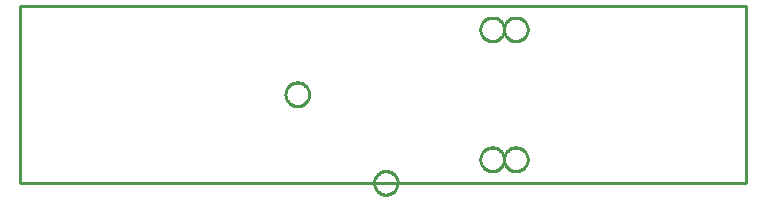
<source format=gbr>
G04 EAGLE Gerber RS-274X export*
G75*
%MOMM*%
%FSLAX34Y34*%
%LPD*%
%IN*%
%IPPOS*%
%AMOC8*
5,1,8,0,0,1.08239X$1,22.5*%
G01*
%ADD10C,0.254000*%


D10*
X0Y0D02*
X615000Y0D01*
X615000Y150000D01*
X0Y150000D01*
X0Y0D01*
X245000Y74563D02*
X244924Y73694D01*
X244772Y72834D01*
X244546Y71990D01*
X244248Y71170D01*
X243879Y70378D01*
X243442Y69622D01*
X242941Y68907D01*
X242380Y68238D01*
X241762Y67620D01*
X241093Y67059D01*
X240378Y66558D01*
X239622Y66121D01*
X238830Y65752D01*
X238010Y65454D01*
X237166Y65228D01*
X236307Y65076D01*
X235437Y65000D01*
X234563Y65000D01*
X233694Y65076D01*
X232834Y65228D01*
X231990Y65454D01*
X231170Y65752D01*
X230378Y66121D01*
X229622Y66558D01*
X228907Y67059D01*
X228238Y67620D01*
X227620Y68238D01*
X227059Y68907D01*
X226558Y69622D01*
X226121Y70378D01*
X225752Y71170D01*
X225454Y71990D01*
X225228Y72834D01*
X225076Y73694D01*
X225000Y74563D01*
X225000Y75437D01*
X225076Y76307D01*
X225228Y77166D01*
X225454Y78010D01*
X225752Y78830D01*
X226121Y79622D01*
X226558Y80378D01*
X227059Y81093D01*
X227620Y81762D01*
X228238Y82380D01*
X228907Y82941D01*
X229622Y83442D01*
X230378Y83879D01*
X231170Y84248D01*
X231990Y84546D01*
X232834Y84772D01*
X233694Y84924D01*
X234563Y85000D01*
X235437Y85000D01*
X236307Y84924D01*
X237166Y84772D01*
X238010Y84546D01*
X238830Y84248D01*
X239622Y83879D01*
X240378Y83442D01*
X241093Y82941D01*
X241762Y82380D01*
X242380Y81762D01*
X242941Y81093D01*
X243442Y80378D01*
X243879Y79622D01*
X244248Y78830D01*
X244546Y78010D01*
X244772Y77166D01*
X244924Y76307D01*
X245000Y75437D01*
X245000Y74563D01*
X320000Y-437D02*
X319924Y-1307D01*
X319772Y-2166D01*
X319546Y-3010D01*
X319248Y-3830D01*
X318879Y-4622D01*
X318442Y-5378D01*
X317941Y-6093D01*
X317380Y-6762D01*
X316762Y-7380D01*
X316093Y-7941D01*
X315378Y-8442D01*
X314622Y-8879D01*
X313830Y-9248D01*
X313010Y-9546D01*
X312166Y-9772D01*
X311307Y-9924D01*
X310437Y-10000D01*
X309563Y-10000D01*
X308694Y-9924D01*
X307834Y-9772D01*
X306990Y-9546D01*
X306170Y-9248D01*
X305378Y-8879D01*
X304622Y-8442D01*
X303907Y-7941D01*
X303238Y-7380D01*
X302620Y-6762D01*
X302059Y-6093D01*
X301558Y-5378D01*
X301121Y-4622D01*
X300752Y-3830D01*
X300454Y-3010D01*
X300228Y-2166D01*
X300076Y-1307D01*
X300000Y-437D01*
X300000Y437D01*
X300076Y1307D01*
X300228Y2166D01*
X300454Y3010D01*
X300752Y3830D01*
X301121Y4622D01*
X301558Y5378D01*
X302059Y6093D01*
X302620Y6762D01*
X303238Y7380D01*
X303907Y7941D01*
X304622Y8442D01*
X305378Y8879D01*
X306170Y9248D01*
X306990Y9546D01*
X307834Y9772D01*
X308694Y9924D01*
X309563Y10000D01*
X310437Y10000D01*
X311307Y9924D01*
X312166Y9772D01*
X313010Y9546D01*
X313830Y9248D01*
X314622Y8879D01*
X315378Y8442D01*
X316093Y7941D01*
X316762Y7380D01*
X317380Y6762D01*
X317941Y6093D01*
X318442Y5378D01*
X318879Y4622D01*
X319248Y3830D01*
X319546Y3010D01*
X319772Y2166D01*
X319924Y1307D01*
X320000Y437D01*
X320000Y-437D01*
X410000Y19563D02*
X409924Y18694D01*
X409772Y17834D01*
X409546Y16990D01*
X409248Y16170D01*
X408879Y15378D01*
X408442Y14622D01*
X407941Y13907D01*
X407380Y13238D01*
X406762Y12620D01*
X406093Y12059D01*
X405378Y11558D01*
X404622Y11121D01*
X403830Y10752D01*
X403010Y10454D01*
X402166Y10228D01*
X401307Y10076D01*
X400437Y10000D01*
X399563Y10000D01*
X398694Y10076D01*
X397834Y10228D01*
X396990Y10454D01*
X396170Y10752D01*
X395378Y11121D01*
X394622Y11558D01*
X393907Y12059D01*
X393238Y12620D01*
X392620Y13238D01*
X392059Y13907D01*
X391558Y14622D01*
X391121Y15378D01*
X390752Y16170D01*
X390454Y16990D01*
X390228Y17834D01*
X390076Y18694D01*
X390000Y19563D01*
X390000Y20437D01*
X390076Y21307D01*
X390228Y22166D01*
X390454Y23010D01*
X390752Y23830D01*
X391121Y24622D01*
X391558Y25378D01*
X392059Y26093D01*
X392620Y26762D01*
X393238Y27380D01*
X393907Y27941D01*
X394622Y28442D01*
X395378Y28879D01*
X396170Y29248D01*
X396990Y29546D01*
X397834Y29772D01*
X398694Y29924D01*
X399563Y30000D01*
X400437Y30000D01*
X401307Y29924D01*
X402166Y29772D01*
X403010Y29546D01*
X403830Y29248D01*
X404622Y28879D01*
X405378Y28442D01*
X406093Y27941D01*
X406762Y27380D01*
X407380Y26762D01*
X407941Y26093D01*
X408442Y25378D01*
X408879Y24622D01*
X409248Y23830D01*
X409546Y23010D01*
X409772Y22166D01*
X409924Y21307D01*
X410000Y20437D01*
X410000Y19563D01*
X430000Y19563D02*
X429924Y18694D01*
X429772Y17834D01*
X429546Y16990D01*
X429248Y16170D01*
X428879Y15378D01*
X428442Y14622D01*
X427941Y13907D01*
X427380Y13238D01*
X426762Y12620D01*
X426093Y12059D01*
X425378Y11558D01*
X424622Y11121D01*
X423830Y10752D01*
X423010Y10454D01*
X422166Y10228D01*
X421307Y10076D01*
X420437Y10000D01*
X419563Y10000D01*
X418694Y10076D01*
X417834Y10228D01*
X416990Y10454D01*
X416170Y10752D01*
X415378Y11121D01*
X414622Y11558D01*
X413907Y12059D01*
X413238Y12620D01*
X412620Y13238D01*
X412059Y13907D01*
X411558Y14622D01*
X411121Y15378D01*
X410752Y16170D01*
X410454Y16990D01*
X410228Y17834D01*
X410076Y18694D01*
X410000Y19563D01*
X410000Y20437D01*
X410076Y21307D01*
X410228Y22166D01*
X410454Y23010D01*
X410752Y23830D01*
X411121Y24622D01*
X411558Y25378D01*
X412059Y26093D01*
X412620Y26762D01*
X413238Y27380D01*
X413907Y27941D01*
X414622Y28442D01*
X415378Y28879D01*
X416170Y29248D01*
X416990Y29546D01*
X417834Y29772D01*
X418694Y29924D01*
X419563Y30000D01*
X420437Y30000D01*
X421307Y29924D01*
X422166Y29772D01*
X423010Y29546D01*
X423830Y29248D01*
X424622Y28879D01*
X425378Y28442D01*
X426093Y27941D01*
X426762Y27380D01*
X427380Y26762D01*
X427941Y26093D01*
X428442Y25378D01*
X428879Y24622D01*
X429248Y23830D01*
X429546Y23010D01*
X429772Y22166D01*
X429924Y21307D01*
X430000Y20437D01*
X430000Y19563D01*
X410000Y129563D02*
X409924Y128694D01*
X409772Y127834D01*
X409546Y126990D01*
X409248Y126170D01*
X408879Y125378D01*
X408442Y124622D01*
X407941Y123907D01*
X407380Y123238D01*
X406762Y122620D01*
X406093Y122059D01*
X405378Y121558D01*
X404622Y121121D01*
X403830Y120752D01*
X403010Y120454D01*
X402166Y120228D01*
X401307Y120076D01*
X400437Y120000D01*
X399563Y120000D01*
X398694Y120076D01*
X397834Y120228D01*
X396990Y120454D01*
X396170Y120752D01*
X395378Y121121D01*
X394622Y121558D01*
X393907Y122059D01*
X393238Y122620D01*
X392620Y123238D01*
X392059Y123907D01*
X391558Y124622D01*
X391121Y125378D01*
X390752Y126170D01*
X390454Y126990D01*
X390228Y127834D01*
X390076Y128694D01*
X390000Y129563D01*
X390000Y130437D01*
X390076Y131307D01*
X390228Y132166D01*
X390454Y133010D01*
X390752Y133830D01*
X391121Y134622D01*
X391558Y135378D01*
X392059Y136093D01*
X392620Y136762D01*
X393238Y137380D01*
X393907Y137941D01*
X394622Y138442D01*
X395378Y138879D01*
X396170Y139248D01*
X396990Y139546D01*
X397834Y139772D01*
X398694Y139924D01*
X399563Y140000D01*
X400437Y140000D01*
X401307Y139924D01*
X402166Y139772D01*
X403010Y139546D01*
X403830Y139248D01*
X404622Y138879D01*
X405378Y138442D01*
X406093Y137941D01*
X406762Y137380D01*
X407380Y136762D01*
X407941Y136093D01*
X408442Y135378D01*
X408879Y134622D01*
X409248Y133830D01*
X409546Y133010D01*
X409772Y132166D01*
X409924Y131307D01*
X410000Y130437D01*
X410000Y129563D01*
X430000Y129563D02*
X429924Y128694D01*
X429772Y127834D01*
X429546Y126990D01*
X429248Y126170D01*
X428879Y125378D01*
X428442Y124622D01*
X427941Y123907D01*
X427380Y123238D01*
X426762Y122620D01*
X426093Y122059D01*
X425378Y121558D01*
X424622Y121121D01*
X423830Y120752D01*
X423010Y120454D01*
X422166Y120228D01*
X421307Y120076D01*
X420437Y120000D01*
X419563Y120000D01*
X418694Y120076D01*
X417834Y120228D01*
X416990Y120454D01*
X416170Y120752D01*
X415378Y121121D01*
X414622Y121558D01*
X413907Y122059D01*
X413238Y122620D01*
X412620Y123238D01*
X412059Y123907D01*
X411558Y124622D01*
X411121Y125378D01*
X410752Y126170D01*
X410454Y126990D01*
X410228Y127834D01*
X410076Y128694D01*
X410000Y129563D01*
X410000Y130437D01*
X410076Y131307D01*
X410228Y132166D01*
X410454Y133010D01*
X410752Y133830D01*
X411121Y134622D01*
X411558Y135378D01*
X412059Y136093D01*
X412620Y136762D01*
X413238Y137380D01*
X413907Y137941D01*
X414622Y138442D01*
X415378Y138879D01*
X416170Y139248D01*
X416990Y139546D01*
X417834Y139772D01*
X418694Y139924D01*
X419563Y140000D01*
X420437Y140000D01*
X421307Y139924D01*
X422166Y139772D01*
X423010Y139546D01*
X423830Y139248D01*
X424622Y138879D01*
X425378Y138442D01*
X426093Y137941D01*
X426762Y137380D01*
X427380Y136762D01*
X427941Y136093D01*
X428442Y135378D01*
X428879Y134622D01*
X429248Y133830D01*
X429546Y133010D01*
X429772Y132166D01*
X429924Y131307D01*
X430000Y130437D01*
X430000Y129563D01*
M02*

</source>
